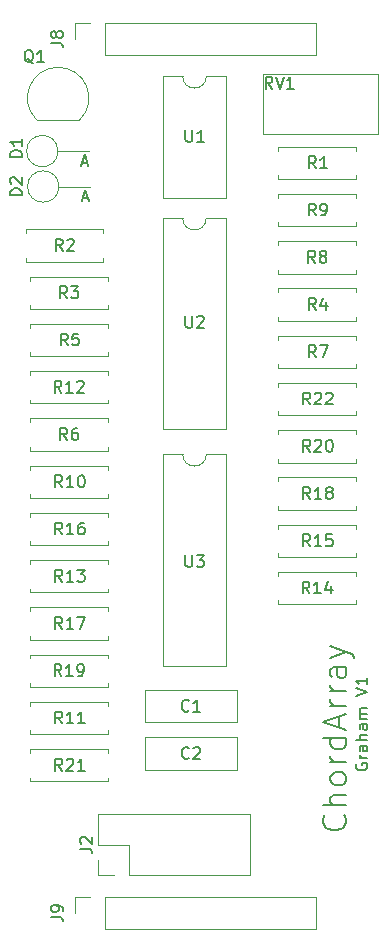
<source format=gbr>
G04 #@! TF.GenerationSoftware,KiCad,Pcbnew,5.1.6-1.fc31*
G04 #@! TF.CreationDate,2020-06-18T16:58:37-04:00*
G04 #@! TF.ProjectId,ChordArrayMain,43686f72-6441-4727-9261-794d61696e2e,rev?*
G04 #@! TF.SameCoordinates,Original*
G04 #@! TF.FileFunction,Legend,Top*
G04 #@! TF.FilePolarity,Positive*
%FSLAX46Y46*%
G04 Gerber Fmt 4.6, Leading zero omitted, Abs format (unit mm)*
G04 Created by KiCad (PCBNEW 5.1.6-1.fc31) date 2020-06-18 16:58:37*
%MOMM*%
%LPD*%
G01*
G04 APERTURE LIST*
%ADD10C,0.150000*%
%ADD11C,0.120000*%
G04 APERTURE END LIST*
D10*
X130500000Y-96857142D02*
X130452380Y-96952380D01*
X130452380Y-97095238D01*
X130500000Y-97238095D01*
X130595238Y-97333333D01*
X130690476Y-97380952D01*
X130880952Y-97428571D01*
X131023809Y-97428571D01*
X131214285Y-97380952D01*
X131309523Y-97333333D01*
X131404761Y-97238095D01*
X131452380Y-97095238D01*
X131452380Y-97000000D01*
X131404761Y-96857142D01*
X131357142Y-96809523D01*
X131023809Y-96809523D01*
X131023809Y-97000000D01*
X131452380Y-96380952D02*
X130785714Y-96380952D01*
X130976190Y-96380952D02*
X130880952Y-96333333D01*
X130833333Y-96285714D01*
X130785714Y-96190476D01*
X130785714Y-96095238D01*
X131452380Y-95333333D02*
X130928571Y-95333333D01*
X130833333Y-95380952D01*
X130785714Y-95476190D01*
X130785714Y-95666666D01*
X130833333Y-95761904D01*
X131404761Y-95333333D02*
X131452380Y-95428571D01*
X131452380Y-95666666D01*
X131404761Y-95761904D01*
X131309523Y-95809523D01*
X131214285Y-95809523D01*
X131119047Y-95761904D01*
X131071428Y-95666666D01*
X131071428Y-95428571D01*
X131023809Y-95333333D01*
X131452380Y-94857142D02*
X130452380Y-94857142D01*
X131452380Y-94428571D02*
X130928571Y-94428571D01*
X130833333Y-94476190D01*
X130785714Y-94571428D01*
X130785714Y-94714285D01*
X130833333Y-94809523D01*
X130880952Y-94857142D01*
X131452380Y-93523809D02*
X130928571Y-93523809D01*
X130833333Y-93571428D01*
X130785714Y-93666666D01*
X130785714Y-93857142D01*
X130833333Y-93952380D01*
X131404761Y-93523809D02*
X131452380Y-93619047D01*
X131452380Y-93857142D01*
X131404761Y-93952380D01*
X131309523Y-94000000D01*
X131214285Y-94000000D01*
X131119047Y-93952380D01*
X131071428Y-93857142D01*
X131071428Y-93619047D01*
X131023809Y-93523809D01*
X131452380Y-93047619D02*
X130785714Y-93047619D01*
X130880952Y-93047619D02*
X130833333Y-93000000D01*
X130785714Y-92904761D01*
X130785714Y-92761904D01*
X130833333Y-92666666D01*
X130928571Y-92619047D01*
X131452380Y-92619047D01*
X130928571Y-92619047D02*
X130833333Y-92571428D01*
X130785714Y-92476190D01*
X130785714Y-92333333D01*
X130833333Y-92238095D01*
X130928571Y-92190476D01*
X131452380Y-92190476D01*
X130452380Y-91095238D02*
X131452380Y-90761904D01*
X130452380Y-90428571D01*
X131452380Y-89571428D02*
X131452380Y-90142857D01*
X131452380Y-89857142D02*
X130452380Y-89857142D01*
X130595238Y-89952380D01*
X130690476Y-90047619D01*
X130738095Y-90142857D01*
X129464285Y-101226190D02*
X129559523Y-101321428D01*
X129654761Y-101607142D01*
X129654761Y-101797619D01*
X129559523Y-102083333D01*
X129369047Y-102273809D01*
X129178571Y-102369047D01*
X128797619Y-102464285D01*
X128511904Y-102464285D01*
X128130952Y-102369047D01*
X127940476Y-102273809D01*
X127750000Y-102083333D01*
X127654761Y-101797619D01*
X127654761Y-101607142D01*
X127750000Y-101321428D01*
X127845238Y-101226190D01*
X129654761Y-100369047D02*
X127654761Y-100369047D01*
X129654761Y-99511904D02*
X128607142Y-99511904D01*
X128416666Y-99607142D01*
X128321428Y-99797619D01*
X128321428Y-100083333D01*
X128416666Y-100273809D01*
X128511904Y-100369047D01*
X129654761Y-98273809D02*
X129559523Y-98464285D01*
X129464285Y-98559523D01*
X129273809Y-98654761D01*
X128702380Y-98654761D01*
X128511904Y-98559523D01*
X128416666Y-98464285D01*
X128321428Y-98273809D01*
X128321428Y-97988095D01*
X128416666Y-97797619D01*
X128511904Y-97702380D01*
X128702380Y-97607142D01*
X129273809Y-97607142D01*
X129464285Y-97702380D01*
X129559523Y-97797619D01*
X129654761Y-97988095D01*
X129654761Y-98273809D01*
X129654761Y-96750000D02*
X128321428Y-96750000D01*
X128702380Y-96750000D02*
X128511904Y-96654761D01*
X128416666Y-96559523D01*
X128321428Y-96369047D01*
X128321428Y-96178571D01*
X129654761Y-94654761D02*
X127654761Y-94654761D01*
X129559523Y-94654761D02*
X129654761Y-94845238D01*
X129654761Y-95226190D01*
X129559523Y-95416666D01*
X129464285Y-95511904D01*
X129273809Y-95607142D01*
X128702380Y-95607142D01*
X128511904Y-95511904D01*
X128416666Y-95416666D01*
X128321428Y-95226190D01*
X128321428Y-94845238D01*
X128416666Y-94654761D01*
X129083333Y-93797619D02*
X129083333Y-92845238D01*
X129654761Y-93988095D02*
X127654761Y-93321428D01*
X129654761Y-92654761D01*
X129654761Y-91988095D02*
X128321428Y-91988095D01*
X128702380Y-91988095D02*
X128511904Y-91892857D01*
X128416666Y-91797619D01*
X128321428Y-91607142D01*
X128321428Y-91416666D01*
X129654761Y-90750000D02*
X128321428Y-90750000D01*
X128702380Y-90750000D02*
X128511904Y-90654761D01*
X128416666Y-90559523D01*
X128321428Y-90369047D01*
X128321428Y-90178571D01*
X129654761Y-88654761D02*
X128607142Y-88654761D01*
X128416666Y-88750000D01*
X128321428Y-88940476D01*
X128321428Y-89321428D01*
X128416666Y-89511904D01*
X129559523Y-88654761D02*
X129654761Y-88845238D01*
X129654761Y-89321428D01*
X129559523Y-89511904D01*
X129369047Y-89607142D01*
X129178571Y-89607142D01*
X128988095Y-89511904D01*
X128892857Y-89321428D01*
X128892857Y-88845238D01*
X128797619Y-88654761D01*
X128321428Y-87892857D02*
X129654761Y-87416666D01*
X128321428Y-86940476D02*
X129654761Y-87416666D01*
X130130952Y-87607142D01*
X130226190Y-87702380D01*
X130321428Y-87892857D01*
D11*
G04 #@! TO.C,J9*
X106670000Y-109500000D02*
X106670000Y-108170000D01*
X106670000Y-108170000D02*
X108000000Y-108170000D01*
X109270000Y-108170000D02*
X127110000Y-108170000D01*
X127110000Y-110830000D02*
X127110000Y-108170000D01*
X109270000Y-110830000D02*
X127110000Y-110830000D01*
X109270000Y-110830000D02*
X109270000Y-108170000D01*
G04 #@! TO.C,J8*
X106670000Y-35500000D02*
X106670000Y-34170000D01*
X106670000Y-34170000D02*
X108000000Y-34170000D01*
X109270000Y-34170000D02*
X127110000Y-34170000D01*
X127110000Y-36830000D02*
X127110000Y-34170000D01*
X109270000Y-36830000D02*
X127110000Y-36830000D01*
X109270000Y-36830000D02*
X109270000Y-34170000D01*
G04 #@! TO.C,J2*
X121490000Y-106330000D02*
X121490000Y-101130000D01*
X111270000Y-106330000D02*
X121490000Y-106330000D01*
X108670000Y-101130000D02*
X121490000Y-101130000D01*
X111270000Y-106330000D02*
X111270000Y-103730000D01*
X111270000Y-103730000D02*
X108670000Y-103730000D01*
X108670000Y-103730000D02*
X108670000Y-101130000D01*
X110000000Y-106330000D02*
X108670000Y-106330000D01*
X108670000Y-106330000D02*
X108670000Y-105000000D01*
G04 #@! TO.C,C2*
X112630000Y-94630000D02*
X120370000Y-94630000D01*
X112630000Y-97370000D02*
X120370000Y-97370000D01*
X112630000Y-94630000D02*
X112630000Y-97370000D01*
X120370000Y-94630000D02*
X120370000Y-97370000D01*
G04 #@! TO.C,C1*
X112630000Y-90630000D02*
X120370000Y-90630000D01*
X112630000Y-93370000D02*
X120370000Y-93370000D01*
X112630000Y-90630000D02*
X112630000Y-93370000D01*
X120370000Y-90630000D02*
X120370000Y-93370000D01*
G04 #@! TO.C,RV1*
X122575000Y-38470000D02*
X132345000Y-38470000D01*
X122575000Y-43540000D02*
X132345000Y-43540000D01*
X122575000Y-38470000D02*
X122575000Y-43540000D01*
X132345000Y-38470000D02*
X132345000Y-43540000D01*
G04 #@! TO.C,U3*
X115810000Y-70670000D02*
X114160000Y-70670000D01*
X114160000Y-70670000D02*
X114160000Y-88570000D01*
X114160000Y-88570000D02*
X119460000Y-88570000D01*
X119460000Y-88570000D02*
X119460000Y-70670000D01*
X119460000Y-70670000D02*
X117810000Y-70670000D01*
X117810000Y-70670000D02*
G75*
G02*
X115810000Y-70670000I-1000000J0D01*
G01*
G04 #@! TO.C,U2*
X115810000Y-50670000D02*
X114160000Y-50670000D01*
X114160000Y-50670000D02*
X114160000Y-68570000D01*
X114160000Y-68570000D02*
X119460000Y-68570000D01*
X119460000Y-68570000D02*
X119460000Y-50670000D01*
X119460000Y-50670000D02*
X117810000Y-50670000D01*
X117810000Y-50670000D02*
G75*
G02*
X115810000Y-50670000I-1000000J0D01*
G01*
G04 #@! TO.C,U1*
X115810000Y-38670000D02*
X114160000Y-38670000D01*
X114160000Y-38670000D02*
X114160000Y-48950000D01*
X114160000Y-48950000D02*
X119460000Y-48950000D01*
X119460000Y-48950000D02*
X119460000Y-38670000D01*
X119460000Y-38670000D02*
X117810000Y-38670000D01*
X117810000Y-38670000D02*
G75*
G02*
X115810000Y-38670000I-1000000J0D01*
G01*
G04 #@! TO.C,R22*
X123920000Y-64960000D02*
X123920000Y-64630000D01*
X123920000Y-64630000D02*
X130460000Y-64630000D01*
X130460000Y-64630000D02*
X130460000Y-64960000D01*
X123920000Y-67040000D02*
X123920000Y-67370000D01*
X123920000Y-67370000D02*
X130460000Y-67370000D01*
X130460000Y-67370000D02*
X130460000Y-67040000D01*
G04 #@! TO.C,R21*
X102920000Y-95960000D02*
X102920000Y-95630000D01*
X102920000Y-95630000D02*
X109460000Y-95630000D01*
X109460000Y-95630000D02*
X109460000Y-95960000D01*
X102920000Y-98040000D02*
X102920000Y-98370000D01*
X102920000Y-98370000D02*
X109460000Y-98370000D01*
X109460000Y-98370000D02*
X109460000Y-98040000D01*
G04 #@! TO.C,R20*
X123920000Y-68960000D02*
X123920000Y-68630000D01*
X123920000Y-68630000D02*
X130460000Y-68630000D01*
X130460000Y-68630000D02*
X130460000Y-68960000D01*
X123920000Y-71040000D02*
X123920000Y-71370000D01*
X123920000Y-71370000D02*
X130460000Y-71370000D01*
X130460000Y-71370000D02*
X130460000Y-71040000D01*
G04 #@! TO.C,R19*
X102920000Y-87960000D02*
X102920000Y-87630000D01*
X102920000Y-87630000D02*
X109460000Y-87630000D01*
X109460000Y-87630000D02*
X109460000Y-87960000D01*
X102920000Y-90040000D02*
X102920000Y-90370000D01*
X102920000Y-90370000D02*
X109460000Y-90370000D01*
X109460000Y-90370000D02*
X109460000Y-90040000D01*
G04 #@! TO.C,R18*
X123920000Y-72960000D02*
X123920000Y-72630000D01*
X123920000Y-72630000D02*
X130460000Y-72630000D01*
X130460000Y-72630000D02*
X130460000Y-72960000D01*
X123920000Y-75040000D02*
X123920000Y-75370000D01*
X123920000Y-75370000D02*
X130460000Y-75370000D01*
X130460000Y-75370000D02*
X130460000Y-75040000D01*
G04 #@! TO.C,R17*
X109460000Y-86040000D02*
X109460000Y-86370000D01*
X109460000Y-86370000D02*
X102920000Y-86370000D01*
X102920000Y-86370000D02*
X102920000Y-86040000D01*
X109460000Y-83960000D02*
X109460000Y-83630000D01*
X109460000Y-83630000D02*
X102920000Y-83630000D01*
X102920000Y-83630000D02*
X102920000Y-83960000D01*
G04 #@! TO.C,R16*
X102920000Y-75960000D02*
X102920000Y-75630000D01*
X102920000Y-75630000D02*
X109460000Y-75630000D01*
X109460000Y-75630000D02*
X109460000Y-75960000D01*
X102920000Y-78040000D02*
X102920000Y-78370000D01*
X102920000Y-78370000D02*
X109460000Y-78370000D01*
X109460000Y-78370000D02*
X109460000Y-78040000D01*
G04 #@! TO.C,R15*
X130460000Y-79040000D02*
X130460000Y-79370000D01*
X130460000Y-79370000D02*
X123920000Y-79370000D01*
X123920000Y-79370000D02*
X123920000Y-79040000D01*
X130460000Y-76960000D02*
X130460000Y-76630000D01*
X130460000Y-76630000D02*
X123920000Y-76630000D01*
X123920000Y-76630000D02*
X123920000Y-76960000D01*
G04 #@! TO.C,R14*
X123920000Y-80960000D02*
X123920000Y-80630000D01*
X123920000Y-80630000D02*
X130460000Y-80630000D01*
X130460000Y-80630000D02*
X130460000Y-80960000D01*
X123920000Y-83040000D02*
X123920000Y-83370000D01*
X123920000Y-83370000D02*
X130460000Y-83370000D01*
X130460000Y-83370000D02*
X130460000Y-83040000D01*
G04 #@! TO.C,R13*
X102920000Y-79960000D02*
X102920000Y-79630000D01*
X102920000Y-79630000D02*
X109460000Y-79630000D01*
X109460000Y-79630000D02*
X109460000Y-79960000D01*
X102920000Y-82040000D02*
X102920000Y-82370000D01*
X102920000Y-82370000D02*
X109460000Y-82370000D01*
X109460000Y-82370000D02*
X109460000Y-82040000D01*
G04 #@! TO.C,R12*
X109460000Y-66040000D02*
X109460000Y-66370000D01*
X109460000Y-66370000D02*
X102920000Y-66370000D01*
X102920000Y-66370000D02*
X102920000Y-66040000D01*
X109460000Y-63960000D02*
X109460000Y-63630000D01*
X109460000Y-63630000D02*
X102920000Y-63630000D01*
X102920000Y-63630000D02*
X102920000Y-63960000D01*
G04 #@! TO.C,R11*
X102920000Y-91960000D02*
X102920000Y-91630000D01*
X102920000Y-91630000D02*
X109460000Y-91630000D01*
X109460000Y-91630000D02*
X109460000Y-91960000D01*
X102920000Y-94040000D02*
X102920000Y-94370000D01*
X102920000Y-94370000D02*
X109460000Y-94370000D01*
X109460000Y-94370000D02*
X109460000Y-94040000D01*
G04 #@! TO.C,R10*
X102920000Y-71960000D02*
X102920000Y-71630000D01*
X102920000Y-71630000D02*
X109460000Y-71630000D01*
X109460000Y-71630000D02*
X109460000Y-71960000D01*
X102920000Y-74040000D02*
X102920000Y-74370000D01*
X102920000Y-74370000D02*
X109460000Y-74370000D01*
X109460000Y-74370000D02*
X109460000Y-74040000D01*
G04 #@! TO.C,R9*
X130460000Y-51040000D02*
X130460000Y-51370000D01*
X130460000Y-51370000D02*
X123920000Y-51370000D01*
X123920000Y-51370000D02*
X123920000Y-51040000D01*
X130460000Y-48960000D02*
X130460000Y-48630000D01*
X130460000Y-48630000D02*
X123920000Y-48630000D01*
X123920000Y-48630000D02*
X123920000Y-48960000D01*
G04 #@! TO.C,R8*
X123920000Y-52960000D02*
X123920000Y-52630000D01*
X123920000Y-52630000D02*
X130460000Y-52630000D01*
X130460000Y-52630000D02*
X130460000Y-52960000D01*
X123920000Y-55040000D02*
X123920000Y-55370000D01*
X123920000Y-55370000D02*
X130460000Y-55370000D01*
X130460000Y-55370000D02*
X130460000Y-55040000D01*
G04 #@! TO.C,R7*
X123920000Y-60960000D02*
X123920000Y-60630000D01*
X123920000Y-60630000D02*
X130460000Y-60630000D01*
X130460000Y-60630000D02*
X130460000Y-60960000D01*
X123920000Y-63040000D02*
X123920000Y-63370000D01*
X123920000Y-63370000D02*
X130460000Y-63370000D01*
X130460000Y-63370000D02*
X130460000Y-63040000D01*
G04 #@! TO.C,R6*
X109460000Y-70040000D02*
X109460000Y-70370000D01*
X109460000Y-70370000D02*
X102920000Y-70370000D01*
X102920000Y-70370000D02*
X102920000Y-70040000D01*
X109460000Y-67960000D02*
X109460000Y-67630000D01*
X109460000Y-67630000D02*
X102920000Y-67630000D01*
X102920000Y-67630000D02*
X102920000Y-67960000D01*
G04 #@! TO.C,R5*
X102920000Y-59960000D02*
X102920000Y-59630000D01*
X102920000Y-59630000D02*
X109460000Y-59630000D01*
X109460000Y-59630000D02*
X109460000Y-59960000D01*
X102920000Y-62040000D02*
X102920000Y-62370000D01*
X102920000Y-62370000D02*
X109460000Y-62370000D01*
X109460000Y-62370000D02*
X109460000Y-62040000D01*
G04 #@! TO.C,R4*
X123920000Y-56960000D02*
X123920000Y-56630000D01*
X123920000Y-56630000D02*
X130460000Y-56630000D01*
X130460000Y-56630000D02*
X130460000Y-56960000D01*
X123920000Y-59040000D02*
X123920000Y-59370000D01*
X123920000Y-59370000D02*
X130460000Y-59370000D01*
X130460000Y-59370000D02*
X130460000Y-59040000D01*
G04 #@! TO.C,R3*
X109460000Y-58040000D02*
X109460000Y-58370000D01*
X109460000Y-58370000D02*
X102920000Y-58370000D01*
X102920000Y-58370000D02*
X102920000Y-58040000D01*
X109460000Y-55960000D02*
X109460000Y-55630000D01*
X109460000Y-55630000D02*
X102920000Y-55630000D01*
X102920000Y-55630000D02*
X102920000Y-55960000D01*
G04 #@! TO.C,R2*
X109080000Y-54040000D02*
X109080000Y-54370000D01*
X109080000Y-54370000D02*
X102540000Y-54370000D01*
X102540000Y-54370000D02*
X102540000Y-54040000D01*
X109080000Y-51960000D02*
X109080000Y-51630000D01*
X109080000Y-51630000D02*
X102540000Y-51630000D01*
X102540000Y-51630000D02*
X102540000Y-51960000D01*
G04 #@! TO.C,R1*
X123920000Y-44960000D02*
X123920000Y-44630000D01*
X123920000Y-44630000D02*
X130460000Y-44630000D01*
X130460000Y-44630000D02*
X130460000Y-44960000D01*
X123920000Y-47040000D02*
X123920000Y-47370000D01*
X123920000Y-47370000D02*
X130460000Y-47370000D01*
X130460000Y-47370000D02*
X130460000Y-47040000D01*
G04 #@! TO.C,Q1*
X103470000Y-42350000D02*
X107070000Y-42350000D01*
X107108478Y-42338478D02*
G75*
G03*
X105270000Y-37900000I-1838478J1838478D01*
G01*
X103431522Y-42338478D02*
G75*
G02*
X105270000Y-37900000I1838478J1838478D01*
G01*
G04 #@! TO.C,D2*
X105326371Y-48000000D02*
G75*
G03*
X105326371Y-48000000I-1326371J0D01*
G01*
X105326371Y-48000000D02*
X107980000Y-48000000D01*
G04 #@! TO.C,D1*
X105246371Y-45000000D02*
G75*
G03*
X105246371Y-45000000I-1326371J0D01*
G01*
X105246371Y-45000000D02*
X107900000Y-45000000D01*
G04 #@! TO.C,J9*
D10*
X104682380Y-109833333D02*
X105396666Y-109833333D01*
X105539523Y-109880952D01*
X105634761Y-109976190D01*
X105682380Y-110119047D01*
X105682380Y-110214285D01*
X105682380Y-109309523D02*
X105682380Y-109119047D01*
X105634761Y-109023809D01*
X105587142Y-108976190D01*
X105444285Y-108880952D01*
X105253809Y-108833333D01*
X104872857Y-108833333D01*
X104777619Y-108880952D01*
X104730000Y-108928571D01*
X104682380Y-109023809D01*
X104682380Y-109214285D01*
X104730000Y-109309523D01*
X104777619Y-109357142D01*
X104872857Y-109404761D01*
X105110952Y-109404761D01*
X105206190Y-109357142D01*
X105253809Y-109309523D01*
X105301428Y-109214285D01*
X105301428Y-109023809D01*
X105253809Y-108928571D01*
X105206190Y-108880952D01*
X105110952Y-108833333D01*
G04 #@! TO.C,J8*
X104682380Y-35833333D02*
X105396666Y-35833333D01*
X105539523Y-35880952D01*
X105634761Y-35976190D01*
X105682380Y-36119047D01*
X105682380Y-36214285D01*
X105110952Y-35214285D02*
X105063333Y-35309523D01*
X105015714Y-35357142D01*
X104920476Y-35404761D01*
X104872857Y-35404761D01*
X104777619Y-35357142D01*
X104730000Y-35309523D01*
X104682380Y-35214285D01*
X104682380Y-35023809D01*
X104730000Y-34928571D01*
X104777619Y-34880952D01*
X104872857Y-34833333D01*
X104920476Y-34833333D01*
X105015714Y-34880952D01*
X105063333Y-34928571D01*
X105110952Y-35023809D01*
X105110952Y-35214285D01*
X105158571Y-35309523D01*
X105206190Y-35357142D01*
X105301428Y-35404761D01*
X105491904Y-35404761D01*
X105587142Y-35357142D01*
X105634761Y-35309523D01*
X105682380Y-35214285D01*
X105682380Y-35023809D01*
X105634761Y-34928571D01*
X105587142Y-34880952D01*
X105491904Y-34833333D01*
X105301428Y-34833333D01*
X105206190Y-34880952D01*
X105158571Y-34928571D01*
X105110952Y-35023809D01*
G04 #@! TO.C,J2*
X107122380Y-104063333D02*
X107836666Y-104063333D01*
X107979523Y-104110952D01*
X108074761Y-104206190D01*
X108122380Y-104349047D01*
X108122380Y-104444285D01*
X107217619Y-103634761D02*
X107170000Y-103587142D01*
X107122380Y-103491904D01*
X107122380Y-103253809D01*
X107170000Y-103158571D01*
X107217619Y-103110952D01*
X107312857Y-103063333D01*
X107408095Y-103063333D01*
X107550952Y-103110952D01*
X108122380Y-103682380D01*
X108122380Y-103063333D01*
G04 #@! TO.C,C2*
X116333333Y-96357142D02*
X116285714Y-96404761D01*
X116142857Y-96452380D01*
X116047619Y-96452380D01*
X115904761Y-96404761D01*
X115809523Y-96309523D01*
X115761904Y-96214285D01*
X115714285Y-96023809D01*
X115714285Y-95880952D01*
X115761904Y-95690476D01*
X115809523Y-95595238D01*
X115904761Y-95500000D01*
X116047619Y-95452380D01*
X116142857Y-95452380D01*
X116285714Y-95500000D01*
X116333333Y-95547619D01*
X116714285Y-95547619D02*
X116761904Y-95500000D01*
X116857142Y-95452380D01*
X117095238Y-95452380D01*
X117190476Y-95500000D01*
X117238095Y-95547619D01*
X117285714Y-95642857D01*
X117285714Y-95738095D01*
X117238095Y-95880952D01*
X116666666Y-96452380D01*
X117285714Y-96452380D01*
G04 #@! TO.C,C1*
X116333333Y-92357142D02*
X116285714Y-92404761D01*
X116142857Y-92452380D01*
X116047619Y-92452380D01*
X115904761Y-92404761D01*
X115809523Y-92309523D01*
X115761904Y-92214285D01*
X115714285Y-92023809D01*
X115714285Y-91880952D01*
X115761904Y-91690476D01*
X115809523Y-91595238D01*
X115904761Y-91500000D01*
X116047619Y-91452380D01*
X116142857Y-91452380D01*
X116285714Y-91500000D01*
X116333333Y-91547619D01*
X117285714Y-92452380D02*
X116714285Y-92452380D01*
X117000000Y-92452380D02*
X117000000Y-91452380D01*
X116904761Y-91595238D01*
X116809523Y-91690476D01*
X116714285Y-91738095D01*
G04 #@! TO.C,RV1*
X123404761Y-39702380D02*
X123071428Y-39226190D01*
X122833333Y-39702380D02*
X122833333Y-38702380D01*
X123214285Y-38702380D01*
X123309523Y-38750000D01*
X123357142Y-38797619D01*
X123404761Y-38892857D01*
X123404761Y-39035714D01*
X123357142Y-39130952D01*
X123309523Y-39178571D01*
X123214285Y-39226190D01*
X122833333Y-39226190D01*
X123690476Y-38702380D02*
X124023809Y-39702380D01*
X124357142Y-38702380D01*
X125214285Y-39702380D02*
X124642857Y-39702380D01*
X124928571Y-39702380D02*
X124928571Y-38702380D01*
X124833333Y-38845238D01*
X124738095Y-38940476D01*
X124642857Y-38988095D01*
G04 #@! TO.C,U3*
X116048095Y-79202380D02*
X116048095Y-80011904D01*
X116095714Y-80107142D01*
X116143333Y-80154761D01*
X116238571Y-80202380D01*
X116429047Y-80202380D01*
X116524285Y-80154761D01*
X116571904Y-80107142D01*
X116619523Y-80011904D01*
X116619523Y-79202380D01*
X117000476Y-79202380D02*
X117619523Y-79202380D01*
X117286190Y-79583333D01*
X117429047Y-79583333D01*
X117524285Y-79630952D01*
X117571904Y-79678571D01*
X117619523Y-79773809D01*
X117619523Y-80011904D01*
X117571904Y-80107142D01*
X117524285Y-80154761D01*
X117429047Y-80202380D01*
X117143333Y-80202380D01*
X117048095Y-80154761D01*
X117000476Y-80107142D01*
G04 #@! TO.C,U2*
X116048095Y-58952380D02*
X116048095Y-59761904D01*
X116095714Y-59857142D01*
X116143333Y-59904761D01*
X116238571Y-59952380D01*
X116429047Y-59952380D01*
X116524285Y-59904761D01*
X116571904Y-59857142D01*
X116619523Y-59761904D01*
X116619523Y-58952380D01*
X117048095Y-59047619D02*
X117095714Y-59000000D01*
X117190952Y-58952380D01*
X117429047Y-58952380D01*
X117524285Y-59000000D01*
X117571904Y-59047619D01*
X117619523Y-59142857D01*
X117619523Y-59238095D01*
X117571904Y-59380952D01*
X117000476Y-59952380D01*
X117619523Y-59952380D01*
G04 #@! TO.C,U1*
X116048095Y-43202380D02*
X116048095Y-44011904D01*
X116095714Y-44107142D01*
X116143333Y-44154761D01*
X116238571Y-44202380D01*
X116429047Y-44202380D01*
X116524285Y-44154761D01*
X116571904Y-44107142D01*
X116619523Y-44011904D01*
X116619523Y-43202380D01*
X117619523Y-44202380D02*
X117048095Y-44202380D01*
X117333809Y-44202380D02*
X117333809Y-43202380D01*
X117238571Y-43345238D01*
X117143333Y-43440476D01*
X117048095Y-43488095D01*
G04 #@! TO.C,R22*
X126607142Y-66452380D02*
X126273809Y-65976190D01*
X126035714Y-66452380D02*
X126035714Y-65452380D01*
X126416666Y-65452380D01*
X126511904Y-65500000D01*
X126559523Y-65547619D01*
X126607142Y-65642857D01*
X126607142Y-65785714D01*
X126559523Y-65880952D01*
X126511904Y-65928571D01*
X126416666Y-65976190D01*
X126035714Y-65976190D01*
X126988095Y-65547619D02*
X127035714Y-65500000D01*
X127130952Y-65452380D01*
X127369047Y-65452380D01*
X127464285Y-65500000D01*
X127511904Y-65547619D01*
X127559523Y-65642857D01*
X127559523Y-65738095D01*
X127511904Y-65880952D01*
X126940476Y-66452380D01*
X127559523Y-66452380D01*
X127940476Y-65547619D02*
X127988095Y-65500000D01*
X128083333Y-65452380D01*
X128321428Y-65452380D01*
X128416666Y-65500000D01*
X128464285Y-65547619D01*
X128511904Y-65642857D01*
X128511904Y-65738095D01*
X128464285Y-65880952D01*
X127892857Y-66452380D01*
X128511904Y-66452380D01*
G04 #@! TO.C,R21*
X105607142Y-97452380D02*
X105273809Y-96976190D01*
X105035714Y-97452380D02*
X105035714Y-96452380D01*
X105416666Y-96452380D01*
X105511904Y-96500000D01*
X105559523Y-96547619D01*
X105607142Y-96642857D01*
X105607142Y-96785714D01*
X105559523Y-96880952D01*
X105511904Y-96928571D01*
X105416666Y-96976190D01*
X105035714Y-96976190D01*
X105988095Y-96547619D02*
X106035714Y-96500000D01*
X106130952Y-96452380D01*
X106369047Y-96452380D01*
X106464285Y-96500000D01*
X106511904Y-96547619D01*
X106559523Y-96642857D01*
X106559523Y-96738095D01*
X106511904Y-96880952D01*
X105940476Y-97452380D01*
X106559523Y-97452380D01*
X107511904Y-97452380D02*
X106940476Y-97452380D01*
X107226190Y-97452380D02*
X107226190Y-96452380D01*
X107130952Y-96595238D01*
X107035714Y-96690476D01*
X106940476Y-96738095D01*
G04 #@! TO.C,R20*
X126607142Y-70452380D02*
X126273809Y-69976190D01*
X126035714Y-70452380D02*
X126035714Y-69452380D01*
X126416666Y-69452380D01*
X126511904Y-69500000D01*
X126559523Y-69547619D01*
X126607142Y-69642857D01*
X126607142Y-69785714D01*
X126559523Y-69880952D01*
X126511904Y-69928571D01*
X126416666Y-69976190D01*
X126035714Y-69976190D01*
X126988095Y-69547619D02*
X127035714Y-69500000D01*
X127130952Y-69452380D01*
X127369047Y-69452380D01*
X127464285Y-69500000D01*
X127511904Y-69547619D01*
X127559523Y-69642857D01*
X127559523Y-69738095D01*
X127511904Y-69880952D01*
X126940476Y-70452380D01*
X127559523Y-70452380D01*
X128178571Y-69452380D02*
X128273809Y-69452380D01*
X128369047Y-69500000D01*
X128416666Y-69547619D01*
X128464285Y-69642857D01*
X128511904Y-69833333D01*
X128511904Y-70071428D01*
X128464285Y-70261904D01*
X128416666Y-70357142D01*
X128369047Y-70404761D01*
X128273809Y-70452380D01*
X128178571Y-70452380D01*
X128083333Y-70404761D01*
X128035714Y-70357142D01*
X127988095Y-70261904D01*
X127940476Y-70071428D01*
X127940476Y-69833333D01*
X127988095Y-69642857D01*
X128035714Y-69547619D01*
X128083333Y-69500000D01*
X128178571Y-69452380D01*
G04 #@! TO.C,R19*
X105547142Y-89452380D02*
X105213809Y-88976190D01*
X104975714Y-89452380D02*
X104975714Y-88452380D01*
X105356666Y-88452380D01*
X105451904Y-88500000D01*
X105499523Y-88547619D01*
X105547142Y-88642857D01*
X105547142Y-88785714D01*
X105499523Y-88880952D01*
X105451904Y-88928571D01*
X105356666Y-88976190D01*
X104975714Y-88976190D01*
X106499523Y-89452380D02*
X105928095Y-89452380D01*
X106213809Y-89452380D02*
X106213809Y-88452380D01*
X106118571Y-88595238D01*
X106023333Y-88690476D01*
X105928095Y-88738095D01*
X106975714Y-89452380D02*
X107166190Y-89452380D01*
X107261428Y-89404761D01*
X107309047Y-89357142D01*
X107404285Y-89214285D01*
X107451904Y-89023809D01*
X107451904Y-88642857D01*
X107404285Y-88547619D01*
X107356666Y-88500000D01*
X107261428Y-88452380D01*
X107070952Y-88452380D01*
X106975714Y-88500000D01*
X106928095Y-88547619D01*
X106880476Y-88642857D01*
X106880476Y-88880952D01*
X106928095Y-88976190D01*
X106975714Y-89023809D01*
X107070952Y-89071428D01*
X107261428Y-89071428D01*
X107356666Y-89023809D01*
X107404285Y-88976190D01*
X107451904Y-88880952D01*
G04 #@! TO.C,R18*
X126607142Y-74452380D02*
X126273809Y-73976190D01*
X126035714Y-74452380D02*
X126035714Y-73452380D01*
X126416666Y-73452380D01*
X126511904Y-73500000D01*
X126559523Y-73547619D01*
X126607142Y-73642857D01*
X126607142Y-73785714D01*
X126559523Y-73880952D01*
X126511904Y-73928571D01*
X126416666Y-73976190D01*
X126035714Y-73976190D01*
X127559523Y-74452380D02*
X126988095Y-74452380D01*
X127273809Y-74452380D02*
X127273809Y-73452380D01*
X127178571Y-73595238D01*
X127083333Y-73690476D01*
X126988095Y-73738095D01*
X128130952Y-73880952D02*
X128035714Y-73833333D01*
X127988095Y-73785714D01*
X127940476Y-73690476D01*
X127940476Y-73642857D01*
X127988095Y-73547619D01*
X128035714Y-73500000D01*
X128130952Y-73452380D01*
X128321428Y-73452380D01*
X128416666Y-73500000D01*
X128464285Y-73547619D01*
X128511904Y-73642857D01*
X128511904Y-73690476D01*
X128464285Y-73785714D01*
X128416666Y-73833333D01*
X128321428Y-73880952D01*
X128130952Y-73880952D01*
X128035714Y-73928571D01*
X127988095Y-73976190D01*
X127940476Y-74071428D01*
X127940476Y-74261904D01*
X127988095Y-74357142D01*
X128035714Y-74404761D01*
X128130952Y-74452380D01*
X128321428Y-74452380D01*
X128416666Y-74404761D01*
X128464285Y-74357142D01*
X128511904Y-74261904D01*
X128511904Y-74071428D01*
X128464285Y-73976190D01*
X128416666Y-73928571D01*
X128321428Y-73880952D01*
G04 #@! TO.C,R17*
X105607142Y-85452380D02*
X105273809Y-84976190D01*
X105035714Y-85452380D02*
X105035714Y-84452380D01*
X105416666Y-84452380D01*
X105511904Y-84500000D01*
X105559523Y-84547619D01*
X105607142Y-84642857D01*
X105607142Y-84785714D01*
X105559523Y-84880952D01*
X105511904Y-84928571D01*
X105416666Y-84976190D01*
X105035714Y-84976190D01*
X106559523Y-85452380D02*
X105988095Y-85452380D01*
X106273809Y-85452380D02*
X106273809Y-84452380D01*
X106178571Y-84595238D01*
X106083333Y-84690476D01*
X105988095Y-84738095D01*
X106892857Y-84452380D02*
X107559523Y-84452380D01*
X107130952Y-85452380D01*
G04 #@! TO.C,R16*
X105607142Y-77452380D02*
X105273809Y-76976190D01*
X105035714Y-77452380D02*
X105035714Y-76452380D01*
X105416666Y-76452380D01*
X105511904Y-76500000D01*
X105559523Y-76547619D01*
X105607142Y-76642857D01*
X105607142Y-76785714D01*
X105559523Y-76880952D01*
X105511904Y-76928571D01*
X105416666Y-76976190D01*
X105035714Y-76976190D01*
X106559523Y-77452380D02*
X105988095Y-77452380D01*
X106273809Y-77452380D02*
X106273809Y-76452380D01*
X106178571Y-76595238D01*
X106083333Y-76690476D01*
X105988095Y-76738095D01*
X107416666Y-76452380D02*
X107226190Y-76452380D01*
X107130952Y-76500000D01*
X107083333Y-76547619D01*
X106988095Y-76690476D01*
X106940476Y-76880952D01*
X106940476Y-77261904D01*
X106988095Y-77357142D01*
X107035714Y-77404761D01*
X107130952Y-77452380D01*
X107321428Y-77452380D01*
X107416666Y-77404761D01*
X107464285Y-77357142D01*
X107511904Y-77261904D01*
X107511904Y-77023809D01*
X107464285Y-76928571D01*
X107416666Y-76880952D01*
X107321428Y-76833333D01*
X107130952Y-76833333D01*
X107035714Y-76880952D01*
X106988095Y-76928571D01*
X106940476Y-77023809D01*
G04 #@! TO.C,R15*
X126607142Y-78452380D02*
X126273809Y-77976190D01*
X126035714Y-78452380D02*
X126035714Y-77452380D01*
X126416666Y-77452380D01*
X126511904Y-77500000D01*
X126559523Y-77547619D01*
X126607142Y-77642857D01*
X126607142Y-77785714D01*
X126559523Y-77880952D01*
X126511904Y-77928571D01*
X126416666Y-77976190D01*
X126035714Y-77976190D01*
X127559523Y-78452380D02*
X126988095Y-78452380D01*
X127273809Y-78452380D02*
X127273809Y-77452380D01*
X127178571Y-77595238D01*
X127083333Y-77690476D01*
X126988095Y-77738095D01*
X128464285Y-77452380D02*
X127988095Y-77452380D01*
X127940476Y-77928571D01*
X127988095Y-77880952D01*
X128083333Y-77833333D01*
X128321428Y-77833333D01*
X128416666Y-77880952D01*
X128464285Y-77928571D01*
X128511904Y-78023809D01*
X128511904Y-78261904D01*
X128464285Y-78357142D01*
X128416666Y-78404761D01*
X128321428Y-78452380D01*
X128083333Y-78452380D01*
X127988095Y-78404761D01*
X127940476Y-78357142D01*
G04 #@! TO.C,R14*
X126547142Y-82452380D02*
X126213809Y-81976190D01*
X125975714Y-82452380D02*
X125975714Y-81452380D01*
X126356666Y-81452380D01*
X126451904Y-81500000D01*
X126499523Y-81547619D01*
X126547142Y-81642857D01*
X126547142Y-81785714D01*
X126499523Y-81880952D01*
X126451904Y-81928571D01*
X126356666Y-81976190D01*
X125975714Y-81976190D01*
X127499523Y-82452380D02*
X126928095Y-82452380D01*
X127213809Y-82452380D02*
X127213809Y-81452380D01*
X127118571Y-81595238D01*
X127023333Y-81690476D01*
X126928095Y-81738095D01*
X128356666Y-81785714D02*
X128356666Y-82452380D01*
X128118571Y-81404761D02*
X127880476Y-82119047D01*
X128499523Y-82119047D01*
G04 #@! TO.C,R13*
X105607142Y-81452380D02*
X105273809Y-80976190D01*
X105035714Y-81452380D02*
X105035714Y-80452380D01*
X105416666Y-80452380D01*
X105511904Y-80500000D01*
X105559523Y-80547619D01*
X105607142Y-80642857D01*
X105607142Y-80785714D01*
X105559523Y-80880952D01*
X105511904Y-80928571D01*
X105416666Y-80976190D01*
X105035714Y-80976190D01*
X106559523Y-81452380D02*
X105988095Y-81452380D01*
X106273809Y-81452380D02*
X106273809Y-80452380D01*
X106178571Y-80595238D01*
X106083333Y-80690476D01*
X105988095Y-80738095D01*
X106892857Y-80452380D02*
X107511904Y-80452380D01*
X107178571Y-80833333D01*
X107321428Y-80833333D01*
X107416666Y-80880952D01*
X107464285Y-80928571D01*
X107511904Y-81023809D01*
X107511904Y-81261904D01*
X107464285Y-81357142D01*
X107416666Y-81404761D01*
X107321428Y-81452380D01*
X107035714Y-81452380D01*
X106940476Y-81404761D01*
X106892857Y-81357142D01*
G04 #@! TO.C,R12*
X105547142Y-65452380D02*
X105213809Y-64976190D01*
X104975714Y-65452380D02*
X104975714Y-64452380D01*
X105356666Y-64452380D01*
X105451904Y-64500000D01*
X105499523Y-64547619D01*
X105547142Y-64642857D01*
X105547142Y-64785714D01*
X105499523Y-64880952D01*
X105451904Y-64928571D01*
X105356666Y-64976190D01*
X104975714Y-64976190D01*
X106499523Y-65452380D02*
X105928095Y-65452380D01*
X106213809Y-65452380D02*
X106213809Y-64452380D01*
X106118571Y-64595238D01*
X106023333Y-64690476D01*
X105928095Y-64738095D01*
X106880476Y-64547619D02*
X106928095Y-64500000D01*
X107023333Y-64452380D01*
X107261428Y-64452380D01*
X107356666Y-64500000D01*
X107404285Y-64547619D01*
X107451904Y-64642857D01*
X107451904Y-64738095D01*
X107404285Y-64880952D01*
X106832857Y-65452380D01*
X107451904Y-65452380D01*
G04 #@! TO.C,R11*
X105607142Y-93452380D02*
X105273809Y-92976190D01*
X105035714Y-93452380D02*
X105035714Y-92452380D01*
X105416666Y-92452380D01*
X105511904Y-92500000D01*
X105559523Y-92547619D01*
X105607142Y-92642857D01*
X105607142Y-92785714D01*
X105559523Y-92880952D01*
X105511904Y-92928571D01*
X105416666Y-92976190D01*
X105035714Y-92976190D01*
X106559523Y-93452380D02*
X105988095Y-93452380D01*
X106273809Y-93452380D02*
X106273809Y-92452380D01*
X106178571Y-92595238D01*
X106083333Y-92690476D01*
X105988095Y-92738095D01*
X107511904Y-93452380D02*
X106940476Y-93452380D01*
X107226190Y-93452380D02*
X107226190Y-92452380D01*
X107130952Y-92595238D01*
X107035714Y-92690476D01*
X106940476Y-92738095D01*
G04 #@! TO.C,R10*
X105607142Y-73452380D02*
X105273809Y-72976190D01*
X105035714Y-73452380D02*
X105035714Y-72452380D01*
X105416666Y-72452380D01*
X105511904Y-72500000D01*
X105559523Y-72547619D01*
X105607142Y-72642857D01*
X105607142Y-72785714D01*
X105559523Y-72880952D01*
X105511904Y-72928571D01*
X105416666Y-72976190D01*
X105035714Y-72976190D01*
X106559523Y-73452380D02*
X105988095Y-73452380D01*
X106273809Y-73452380D02*
X106273809Y-72452380D01*
X106178571Y-72595238D01*
X106083333Y-72690476D01*
X105988095Y-72738095D01*
X107178571Y-72452380D02*
X107273809Y-72452380D01*
X107369047Y-72500000D01*
X107416666Y-72547619D01*
X107464285Y-72642857D01*
X107511904Y-72833333D01*
X107511904Y-73071428D01*
X107464285Y-73261904D01*
X107416666Y-73357142D01*
X107369047Y-73404761D01*
X107273809Y-73452380D01*
X107178571Y-73452380D01*
X107083333Y-73404761D01*
X107035714Y-73357142D01*
X106988095Y-73261904D01*
X106940476Y-73071428D01*
X106940476Y-72833333D01*
X106988095Y-72642857D01*
X107035714Y-72547619D01*
X107083333Y-72500000D01*
X107178571Y-72452380D01*
G04 #@! TO.C,R9*
X127083333Y-50452380D02*
X126750000Y-49976190D01*
X126511904Y-50452380D02*
X126511904Y-49452380D01*
X126892857Y-49452380D01*
X126988095Y-49500000D01*
X127035714Y-49547619D01*
X127083333Y-49642857D01*
X127083333Y-49785714D01*
X127035714Y-49880952D01*
X126988095Y-49928571D01*
X126892857Y-49976190D01*
X126511904Y-49976190D01*
X127559523Y-50452380D02*
X127750000Y-50452380D01*
X127845238Y-50404761D01*
X127892857Y-50357142D01*
X127988095Y-50214285D01*
X128035714Y-50023809D01*
X128035714Y-49642857D01*
X127988095Y-49547619D01*
X127940476Y-49500000D01*
X127845238Y-49452380D01*
X127654761Y-49452380D01*
X127559523Y-49500000D01*
X127511904Y-49547619D01*
X127464285Y-49642857D01*
X127464285Y-49880952D01*
X127511904Y-49976190D01*
X127559523Y-50023809D01*
X127654761Y-50071428D01*
X127845238Y-50071428D01*
X127940476Y-50023809D01*
X127988095Y-49976190D01*
X128035714Y-49880952D01*
G04 #@! TO.C,R8*
X127023333Y-54452380D02*
X126690000Y-53976190D01*
X126451904Y-54452380D02*
X126451904Y-53452380D01*
X126832857Y-53452380D01*
X126928095Y-53500000D01*
X126975714Y-53547619D01*
X127023333Y-53642857D01*
X127023333Y-53785714D01*
X126975714Y-53880952D01*
X126928095Y-53928571D01*
X126832857Y-53976190D01*
X126451904Y-53976190D01*
X127594761Y-53880952D02*
X127499523Y-53833333D01*
X127451904Y-53785714D01*
X127404285Y-53690476D01*
X127404285Y-53642857D01*
X127451904Y-53547619D01*
X127499523Y-53500000D01*
X127594761Y-53452380D01*
X127785238Y-53452380D01*
X127880476Y-53500000D01*
X127928095Y-53547619D01*
X127975714Y-53642857D01*
X127975714Y-53690476D01*
X127928095Y-53785714D01*
X127880476Y-53833333D01*
X127785238Y-53880952D01*
X127594761Y-53880952D01*
X127499523Y-53928571D01*
X127451904Y-53976190D01*
X127404285Y-54071428D01*
X127404285Y-54261904D01*
X127451904Y-54357142D01*
X127499523Y-54404761D01*
X127594761Y-54452380D01*
X127785238Y-54452380D01*
X127880476Y-54404761D01*
X127928095Y-54357142D01*
X127975714Y-54261904D01*
X127975714Y-54071428D01*
X127928095Y-53976190D01*
X127880476Y-53928571D01*
X127785238Y-53880952D01*
G04 #@! TO.C,R7*
X127083333Y-62452380D02*
X126750000Y-61976190D01*
X126511904Y-62452380D02*
X126511904Y-61452380D01*
X126892857Y-61452380D01*
X126988095Y-61500000D01*
X127035714Y-61547619D01*
X127083333Y-61642857D01*
X127083333Y-61785714D01*
X127035714Y-61880952D01*
X126988095Y-61928571D01*
X126892857Y-61976190D01*
X126511904Y-61976190D01*
X127416666Y-61452380D02*
X128083333Y-61452380D01*
X127654761Y-62452380D01*
G04 #@! TO.C,R6*
X106023333Y-69452380D02*
X105690000Y-68976190D01*
X105451904Y-69452380D02*
X105451904Y-68452380D01*
X105832857Y-68452380D01*
X105928095Y-68500000D01*
X105975714Y-68547619D01*
X106023333Y-68642857D01*
X106023333Y-68785714D01*
X105975714Y-68880952D01*
X105928095Y-68928571D01*
X105832857Y-68976190D01*
X105451904Y-68976190D01*
X106880476Y-68452380D02*
X106690000Y-68452380D01*
X106594761Y-68500000D01*
X106547142Y-68547619D01*
X106451904Y-68690476D01*
X106404285Y-68880952D01*
X106404285Y-69261904D01*
X106451904Y-69357142D01*
X106499523Y-69404761D01*
X106594761Y-69452380D01*
X106785238Y-69452380D01*
X106880476Y-69404761D01*
X106928095Y-69357142D01*
X106975714Y-69261904D01*
X106975714Y-69023809D01*
X106928095Y-68928571D01*
X106880476Y-68880952D01*
X106785238Y-68833333D01*
X106594761Y-68833333D01*
X106499523Y-68880952D01*
X106451904Y-68928571D01*
X106404285Y-69023809D01*
G04 #@! TO.C,R5*
X106083333Y-61452380D02*
X105750000Y-60976190D01*
X105511904Y-61452380D02*
X105511904Y-60452380D01*
X105892857Y-60452380D01*
X105988095Y-60500000D01*
X106035714Y-60547619D01*
X106083333Y-60642857D01*
X106083333Y-60785714D01*
X106035714Y-60880952D01*
X105988095Y-60928571D01*
X105892857Y-60976190D01*
X105511904Y-60976190D01*
X106988095Y-60452380D02*
X106511904Y-60452380D01*
X106464285Y-60928571D01*
X106511904Y-60880952D01*
X106607142Y-60833333D01*
X106845238Y-60833333D01*
X106940476Y-60880952D01*
X106988095Y-60928571D01*
X107035714Y-61023809D01*
X107035714Y-61261904D01*
X106988095Y-61357142D01*
X106940476Y-61404761D01*
X106845238Y-61452380D01*
X106607142Y-61452380D01*
X106511904Y-61404761D01*
X106464285Y-61357142D01*
G04 #@! TO.C,R4*
X127083333Y-58452380D02*
X126750000Y-57976190D01*
X126511904Y-58452380D02*
X126511904Y-57452380D01*
X126892857Y-57452380D01*
X126988095Y-57500000D01*
X127035714Y-57547619D01*
X127083333Y-57642857D01*
X127083333Y-57785714D01*
X127035714Y-57880952D01*
X126988095Y-57928571D01*
X126892857Y-57976190D01*
X126511904Y-57976190D01*
X127940476Y-57785714D02*
X127940476Y-58452380D01*
X127702380Y-57404761D02*
X127464285Y-58119047D01*
X128083333Y-58119047D01*
G04 #@! TO.C,R3*
X106023333Y-57452380D02*
X105690000Y-56976190D01*
X105451904Y-57452380D02*
X105451904Y-56452380D01*
X105832857Y-56452380D01*
X105928095Y-56500000D01*
X105975714Y-56547619D01*
X106023333Y-56642857D01*
X106023333Y-56785714D01*
X105975714Y-56880952D01*
X105928095Y-56928571D01*
X105832857Y-56976190D01*
X105451904Y-56976190D01*
X106356666Y-56452380D02*
X106975714Y-56452380D01*
X106642380Y-56833333D01*
X106785238Y-56833333D01*
X106880476Y-56880952D01*
X106928095Y-56928571D01*
X106975714Y-57023809D01*
X106975714Y-57261904D01*
X106928095Y-57357142D01*
X106880476Y-57404761D01*
X106785238Y-57452380D01*
X106499523Y-57452380D01*
X106404285Y-57404761D01*
X106356666Y-57357142D01*
G04 #@! TO.C,R2*
X105643333Y-53452380D02*
X105310000Y-52976190D01*
X105071904Y-53452380D02*
X105071904Y-52452380D01*
X105452857Y-52452380D01*
X105548095Y-52500000D01*
X105595714Y-52547619D01*
X105643333Y-52642857D01*
X105643333Y-52785714D01*
X105595714Y-52880952D01*
X105548095Y-52928571D01*
X105452857Y-52976190D01*
X105071904Y-52976190D01*
X106024285Y-52547619D02*
X106071904Y-52500000D01*
X106167142Y-52452380D01*
X106405238Y-52452380D01*
X106500476Y-52500000D01*
X106548095Y-52547619D01*
X106595714Y-52642857D01*
X106595714Y-52738095D01*
X106548095Y-52880952D01*
X105976666Y-53452380D01*
X106595714Y-53452380D01*
G04 #@! TO.C,R1*
X127083333Y-46452380D02*
X126750000Y-45976190D01*
X126511904Y-46452380D02*
X126511904Y-45452380D01*
X126892857Y-45452380D01*
X126988095Y-45500000D01*
X127035714Y-45547619D01*
X127083333Y-45642857D01*
X127083333Y-45785714D01*
X127035714Y-45880952D01*
X126988095Y-45928571D01*
X126892857Y-45976190D01*
X126511904Y-45976190D01*
X128035714Y-46452380D02*
X127464285Y-46452380D01*
X127750000Y-46452380D02*
X127750000Y-45452380D01*
X127654761Y-45595238D01*
X127559523Y-45690476D01*
X127464285Y-45738095D01*
G04 #@! TO.C,Q1*
X103154761Y-37547619D02*
X103059523Y-37500000D01*
X102964285Y-37404761D01*
X102821428Y-37261904D01*
X102726190Y-37214285D01*
X102630952Y-37214285D01*
X102678571Y-37452380D02*
X102583333Y-37404761D01*
X102488095Y-37309523D01*
X102440476Y-37119047D01*
X102440476Y-36785714D01*
X102488095Y-36595238D01*
X102583333Y-36500000D01*
X102678571Y-36452380D01*
X102869047Y-36452380D01*
X102964285Y-36500000D01*
X103059523Y-36595238D01*
X103107142Y-36785714D01*
X103107142Y-37119047D01*
X103059523Y-37309523D01*
X102964285Y-37404761D01*
X102869047Y-37452380D01*
X102678571Y-37452380D01*
X104059523Y-37452380D02*
X103488095Y-37452380D01*
X103773809Y-37452380D02*
X103773809Y-36452380D01*
X103678571Y-36595238D01*
X103583333Y-36690476D01*
X103488095Y-36738095D01*
G04 #@! TO.C,D2*
X102202380Y-48738095D02*
X101202380Y-48738095D01*
X101202380Y-48500000D01*
X101250000Y-48357142D01*
X101345238Y-48261904D01*
X101440476Y-48214285D01*
X101630952Y-48166666D01*
X101773809Y-48166666D01*
X101964285Y-48214285D01*
X102059523Y-48261904D01*
X102154761Y-48357142D01*
X102202380Y-48500000D01*
X102202380Y-48738095D01*
X101297619Y-47785714D02*
X101250000Y-47738095D01*
X101202380Y-47642857D01*
X101202380Y-47404761D01*
X101250000Y-47309523D01*
X101297619Y-47261904D01*
X101392857Y-47214285D01*
X101488095Y-47214285D01*
X101630952Y-47261904D01*
X102202380Y-47833333D01*
X102202380Y-47214285D01*
X107341904Y-48966666D02*
X107818095Y-48966666D01*
X107246666Y-49252380D02*
X107580000Y-48252380D01*
X107913333Y-49252380D01*
G04 #@! TO.C,D1*
X102202380Y-45488095D02*
X101202380Y-45488095D01*
X101202380Y-45250000D01*
X101250000Y-45107142D01*
X101345238Y-45011904D01*
X101440476Y-44964285D01*
X101630952Y-44916666D01*
X101773809Y-44916666D01*
X101964285Y-44964285D01*
X102059523Y-45011904D01*
X102154761Y-45107142D01*
X102202380Y-45250000D01*
X102202380Y-45488095D01*
X102202380Y-43964285D02*
X102202380Y-44535714D01*
X102202380Y-44250000D02*
X101202380Y-44250000D01*
X101345238Y-44345238D01*
X101440476Y-44440476D01*
X101488095Y-44535714D01*
X107261904Y-45966666D02*
X107738095Y-45966666D01*
X107166666Y-46252380D02*
X107500000Y-45252380D01*
X107833333Y-46252380D01*
G04 #@! TD*
M02*

</source>
